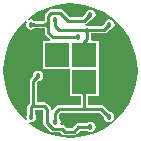
<source format=gbr>
G04 Layer_Physical_Order=2*
G04 Layer_Color=16711680*
%FSLAX25Y25*%
%MOIN*%
%TF.FileFunction,Copper,L2,Bot,Signal*%
%TF.Part,Single*%
G01*
G75*
%ADD14C,0.01000*%
%TA.AperFunction,ViaPad*%
%ADD15C,0.01800*%
%TA.AperFunction,ConnectorPad*%
%ADD16R,0.07874X0.07874*%
G36*
X359605Y350328D02*
X359583Y350291D01*
X359564Y350246D01*
X359547Y350193D01*
X359532Y350132D01*
X359521Y350064D01*
X359505Y349903D01*
X359501Y349811D01*
X359500Y349712D01*
X358500D01*
X358499Y349811D01*
X358479Y350064D01*
X358468Y350132D01*
X358453Y350193D01*
X358436Y350246D01*
X358417Y350291D01*
X358395Y350328D01*
X358370Y350357D01*
X359630D01*
X359605Y350328D01*
D02*
G37*
G36*
X359905Y346565D02*
X359820Y346535D01*
X359745Y346485D01*
X359680Y346415D01*
X359625Y346325D01*
X359580Y346215D01*
X359545Y346085D01*
X359520Y345935D01*
X359505Y345765D01*
X359500Y345575D01*
X358500D01*
X358495Y345765D01*
X358480Y345935D01*
X358455Y346085D01*
X358420Y346215D01*
X358375Y346325D01*
X358320Y346415D01*
X358255Y346485D01*
X358180Y346535D01*
X358095Y346565D01*
X358000Y346575D01*
X360000D01*
X359905Y346565D01*
D02*
G37*
G36*
X359001Y360689D02*
X359021Y360436D01*
X359033Y360368D01*
X359047Y360307D01*
X359064Y360254D01*
X359083Y360209D01*
X359105Y360172D01*
X359130Y360143D01*
X357870D01*
X357895Y360172D01*
X357917Y360209D01*
X357936Y360254D01*
X357953Y360307D01*
X357967Y360368D01*
X357979Y360436D01*
X357995Y360597D01*
X357999Y360689D01*
X358000Y360788D01*
X359000D01*
X359001Y360689D01*
D02*
G37*
G36*
X343491Y351600D02*
X343453Y351597D01*
X343411Y351586D01*
X343365Y351568D01*
X343316Y351543D01*
X343263Y351510D01*
X343206Y351470D01*
X343082Y351367D01*
X343014Y351305D01*
X342943Y351236D01*
X342235Y351943D01*
X342305Y352014D01*
X342470Y352206D01*
X342510Y352263D01*
X342543Y352316D01*
X342568Y352365D01*
X342586Y352411D01*
X342597Y352453D01*
X342600Y352491D01*
X343491Y351600D01*
D02*
G37*
G36*
X366687Y340022D02*
X366879Y339857D01*
X366936Y339817D01*
X366989Y339784D01*
X367038Y339759D01*
X367084Y339741D01*
X367126Y339730D01*
X367164Y339727D01*
X366273Y338836D01*
X366270Y338874D01*
X366259Y338916D01*
X366241Y338962D01*
X366216Y339011D01*
X366183Y339064D01*
X366143Y339121D01*
X366040Y339245D01*
X365978Y339313D01*
X365909Y339384D01*
X366616Y340091D01*
X366687Y340022D01*
D02*
G37*
G36*
X349828Y338515D02*
X349848Y338263D01*
X349859Y338195D01*
X349874Y338134D01*
X349890Y338081D01*
X349910Y338036D01*
X349932Y337999D01*
X349957Y337969D01*
X348697D01*
X348722Y337999D01*
X348744Y338036D01*
X348763Y338081D01*
X348780Y338134D01*
X348794Y338195D01*
X348806Y338263D01*
X348822Y338423D01*
X348826Y338515D01*
X348827Y338615D01*
X349827D01*
X349828Y338515D01*
D02*
G37*
G36*
X339789Y370590D02*
X339610Y370321D01*
X339481Y369673D01*
X339610Y369025D01*
X339976Y368476D01*
X340526Y368109D01*
X341173Y367981D01*
X341821Y368109D01*
X342233Y368385D01*
X342282Y368389D01*
X345621D01*
X345669Y368380D01*
X345697Y368371D01*
X345707Y368342D01*
X345715Y368294D01*
Y367000D01*
X345715Y367000D01*
X345813Y366508D01*
X346092Y366092D01*
X347486Y364697D01*
X347362Y364282D01*
X347300Y364197D01*
X345303D01*
Y354803D01*
X354303D01*
Y345803D01*
X357714D01*
X357715Y345785D01*
Y342785D01*
X350500D01*
X350500Y342785D01*
X350008Y342687D01*
X349592Y342408D01*
X349592Y342408D01*
X348418Y341235D01*
X348285Y341035D01*
X347785Y341187D01*
Y341500D01*
X347785Y341500D01*
X347687Y341992D01*
X347408Y342408D01*
X346500Y343317D01*
X346083Y343595D01*
X345592Y343693D01*
X345591Y343693D01*
X343285D01*
Y350468D01*
X343640Y350823D01*
X343659Y350839D01*
X344148Y350936D01*
X344697Y351303D01*
X345064Y351852D01*
X345193Y352500D01*
X345064Y353148D01*
X344697Y353697D01*
X344148Y354064D01*
X343500Y354192D01*
X342852Y354064D01*
X342303Y353697D01*
X341936Y353148D01*
X341840Y352662D01*
X341808Y352625D01*
X341092Y351908D01*
X340813Y351492D01*
X340715Y351000D01*
X340715Y351000D01*
Y343532D01*
X340359Y343176D01*
X340080Y342759D01*
X339983Y342267D01*
X339983Y342267D01*
Y339914D01*
X339980Y339888D01*
X339704Y339475D01*
X339575Y338827D01*
X339704Y338179D01*
X339756Y338101D01*
X339377Y337768D01*
X338520Y338520D01*
X336591Y340719D01*
X334966Y343151D01*
X333673Y345774D01*
X332733Y348544D01*
X332162Y351412D01*
X331971Y354331D01*
X332162Y357249D01*
X332733Y360118D01*
X333673Y362888D01*
X334966Y365511D01*
X336591Y367943D01*
X338520Y370142D01*
X339410Y370922D01*
X339789Y370590D01*
D02*
G37*
G36*
X341769Y340015D02*
X341788Y339763D01*
X341800Y339695D01*
X341814Y339634D01*
X341831Y339581D01*
X341851Y339536D01*
X341873Y339499D01*
X341897Y339470D01*
X340637D01*
X340662Y339499D01*
X340684Y339536D01*
X340704Y339581D01*
X340721Y339634D01*
X340735Y339695D01*
X340747Y339763D01*
X340762Y339924D01*
X340766Y340015D01*
X340767Y340115D01*
X341767D01*
X341769Y340015D01*
D02*
G37*
G36*
X359005Y363484D02*
X359020Y363469D01*
X359045Y363456D01*
X359080Y363444D01*
X359125Y363435D01*
X359180Y363427D01*
X359320Y363417D01*
X359500Y363413D01*
X357500D01*
X357595Y363414D01*
X357875Y363435D01*
X357920Y363444D01*
X357955Y363456D01*
X357980Y363469D01*
X357995Y363484D01*
X358000Y363500D01*
X359000D01*
X359005Y363484D01*
D02*
G37*
G36*
X341845Y370279D02*
X341882Y370256D01*
X341928Y370237D01*
X341980Y370220D01*
X342041Y370206D01*
X342109Y370194D01*
X342270Y370178D01*
X342362Y370175D01*
X342461Y370173D01*
Y369173D01*
X342362Y369172D01*
X342109Y369152D01*
X342041Y369141D01*
X341980Y369126D01*
X341928Y369110D01*
X341882Y369090D01*
X341845Y369068D01*
X341816Y369043D01*
Y370303D01*
X341845Y370279D01*
D02*
G37*
G36*
X367318Y368773D02*
X367280Y368770D01*
X367238Y368759D01*
X367192Y368741D01*
X367143Y368716D01*
X367090Y368683D01*
X367033Y368643D01*
X366909Y368541D01*
X366841Y368478D01*
X366769Y368409D01*
X366062Y369116D01*
X366132Y369187D01*
X366297Y369379D01*
X366337Y369436D01*
X366369Y369489D01*
X366395Y369538D01*
X366413Y369584D01*
X366424Y369626D01*
X366427Y369664D01*
X367318Y368773D01*
D02*
G37*
G36*
X360991Y372100D02*
X360953Y372097D01*
X360911Y372086D01*
X360865Y372068D01*
X360816Y372043D01*
X360763Y372010D01*
X360706Y371970D01*
X360582Y371867D01*
X360514Y371805D01*
X360443Y371736D01*
X359735Y372443D01*
X359805Y372514D01*
X359970Y372706D01*
X360010Y372763D01*
X360043Y372816D01*
X360068Y372865D01*
X360086Y372911D01*
X360097Y372953D01*
X360100Y372991D01*
X360991Y372100D01*
D02*
G37*
G36*
X349932Y370501D02*
X349910Y370464D01*
X349890Y370419D01*
X349874Y370366D01*
X349859Y370305D01*
X349848Y370237D01*
X349832Y370076D01*
X349828Y369985D01*
X349827Y369885D01*
X348827D01*
X348826Y369985D01*
X348806Y370237D01*
X348794Y370305D01*
X348780Y370366D01*
X348763Y370419D01*
X348744Y370464D01*
X348722Y370501D01*
X348697Y370531D01*
X349957D01*
X349932Y370501D01*
D02*
G37*
G36*
X361500Y367500D02*
X361310Y367490D01*
X361140Y367460D01*
X360990Y367410D01*
X360860Y367340D01*
X360750Y367250D01*
X360660Y367140D01*
X360590Y367010D01*
X360540Y366860D01*
X360510Y366690D01*
X360500Y366500D01*
X359500D01*
X359490Y366690D01*
X359460Y366860D01*
X359410Y367010D01*
X359340Y367140D01*
X359250Y367250D01*
X359140Y367340D01*
X359010Y367410D01*
X358860Y367460D01*
X358690Y367490D01*
X358500Y367500D01*
X360000Y368500D01*
X361500Y367500D01*
D02*
G37*
G36*
X356357Y364870D02*
X356328Y364895D01*
X356291Y364917D01*
X356246Y364936D01*
X356193Y364953D01*
X356132Y364967D01*
X356064Y364979D01*
X355903Y364995D01*
X355811Y364999D01*
X355712Y365000D01*
Y366000D01*
X355811Y366001D01*
X356064Y366021D01*
X356132Y366033D01*
X356193Y366047D01*
X356246Y366064D01*
X356291Y366083D01*
X356328Y366105D01*
X356357Y366130D01*
Y364870D01*
D02*
G37*
G36*
X347500Y369673D02*
X346500Y368173D01*
X346490Y368363D01*
X346460Y368533D01*
X346410Y368683D01*
X346340Y368813D01*
X346250Y368923D01*
X346140Y369013D01*
X346010Y369083D01*
X345860Y369133D01*
X345690Y369163D01*
X345500Y369173D01*
Y370173D01*
X345690Y370180D01*
X345860Y370200D01*
X346010Y370234D01*
X346140Y370281D01*
X346250Y370341D01*
X346340Y370416D01*
X346410Y370503D01*
X346460Y370604D01*
X346490Y370719D01*
X346500Y370846D01*
X347500Y369673D01*
D02*
G37*
G36*
X357249Y376499D02*
X360118Y375929D01*
X362888Y374989D01*
X365511Y373695D01*
X367943Y372070D01*
X370142Y370142D01*
X372070Y367943D01*
X373695Y365511D01*
X374989Y362888D01*
X375929Y360118D01*
X376499Y357249D01*
X376691Y354331D01*
X376499Y351412D01*
X375929Y348544D01*
X374989Y345774D01*
X373695Y343151D01*
X372070Y340719D01*
X370142Y338520D01*
X367943Y336591D01*
X365511Y334966D01*
X362888Y333673D01*
X360118Y332733D01*
X357249Y332162D01*
X354331Y331971D01*
X351412Y332162D01*
X348544Y332733D01*
X345774Y333673D01*
X343151Y334966D01*
X340719Y336591D01*
X340480Y336801D01*
X340738Y337240D01*
X341267Y337134D01*
X341915Y337263D01*
X342464Y337630D01*
X342831Y338179D01*
X342960Y338827D01*
X342831Y339475D01*
X342556Y339886D01*
X342552Y339935D01*
Y341091D01*
X342592Y341124D01*
X342592Y341124D01*
X345059D01*
X345215Y340968D01*
Y337000D01*
X345215Y337000D01*
X345313Y336508D01*
X345592Y336092D01*
X347592Y334092D01*
X347592Y334092D01*
X348008Y333813D01*
X348500Y333715D01*
X348500Y333715D01*
X350968D01*
X351592Y333092D01*
X351592Y333092D01*
X352008Y332813D01*
X352500Y332715D01*
X355500D01*
X355500Y332715D01*
X355992Y332813D01*
X356408Y333092D01*
X357532Y334215D01*
X359935D01*
X360352Y333936D01*
X361000Y333807D01*
X361648Y333936D01*
X362197Y334303D01*
X362564Y334852D01*
X362692Y335500D01*
X362564Y336148D01*
X362197Y336697D01*
X361648Y337064D01*
X361000Y337193D01*
X360352Y337064D01*
X359935Y336785D01*
X357000D01*
X357000Y336785D01*
X356508Y336687D01*
X356092Y336408D01*
X354968Y335285D01*
X353032D01*
X352408Y335908D01*
X351992Y336187D01*
X351500Y336285D01*
X351500Y336285D01*
X351183D01*
X350911Y336785D01*
X351019Y337327D01*
X350890Y337975D01*
X350615Y338386D01*
X350611Y338436D01*
Y339795D01*
X351032Y340215D01*
X358500D01*
X358500Y340215D01*
X358500Y340215D01*
X363968D01*
X365496Y338687D01*
X365512Y338667D01*
X365610Y338179D01*
X365976Y337630D01*
X366526Y337263D01*
X367173Y337134D01*
X367821Y337263D01*
X368370Y337630D01*
X368737Y338179D01*
X368866Y338827D01*
X368737Y339475D01*
X368370Y340024D01*
X367821Y340390D01*
X367335Y340487D01*
X367298Y340519D01*
X365408Y342408D01*
X364992Y342687D01*
X364500Y342785D01*
X364500Y342785D01*
X360285D01*
Y345785D01*
X360286Y345803D01*
X363697D01*
Y354803D01*
Y364197D01*
X361534D01*
X361427Y364325D01*
X361224Y364697D01*
X361285Y365000D01*
X361285Y365000D01*
Y366621D01*
X361293Y366669D01*
X361303Y366697D01*
X361331Y366707D01*
X361379Y366715D01*
X365653D01*
X365654Y366715D01*
X366145Y366813D01*
X366562Y367092D01*
X367466Y367996D01*
X367486Y368012D01*
X367974Y368109D01*
X368524Y368476D01*
X368891Y369025D01*
X369019Y369673D01*
X368891Y370321D01*
X368524Y370870D01*
X367974Y371237D01*
X367327Y371366D01*
X366679Y371237D01*
X366130Y370870D01*
X365763Y370321D01*
X365666Y369835D01*
X365634Y369798D01*
X365121Y369285D01*
X359398D01*
X359349Y369785D01*
X359492Y369813D01*
X359908Y370092D01*
X361140Y371323D01*
X361159Y371339D01*
X361648Y371436D01*
X362197Y371803D01*
X362564Y372352D01*
X362692Y373000D01*
X362564Y373648D01*
X362197Y374197D01*
X361648Y374564D01*
X361000Y374693D01*
X360352Y374564D01*
X359803Y374197D01*
X359436Y373648D01*
X359340Y373162D01*
X359308Y373125D01*
X358468Y372285D01*
X354032D01*
X351908Y374408D01*
X351492Y374687D01*
X351000Y374785D01*
X351000Y374785D01*
X348000D01*
X347508Y374687D01*
X347092Y374408D01*
X347092Y374408D01*
X346092Y373408D01*
X345813Y372992D01*
X345715Y372500D01*
X345715Y372500D01*
Y370963D01*
X345670Y370958D01*
X342260D01*
X342235Y370960D01*
X341821Y371237D01*
X341173Y371366D01*
X340526Y371237D01*
X340227Y371639D01*
X340719Y372070D01*
X343151Y373695D01*
X345774Y374989D01*
X348544Y375929D01*
X351412Y376499D01*
X354331Y376691D01*
X357249Y376499D01*
D02*
G37*
D14*
X342000Y351000D02*
X343500Y352500D01*
X355500Y334000D02*
X357000Y335500D01*
X352500Y334000D02*
X355500D01*
X357000Y335500D02*
X361000D01*
X351500Y335000D02*
X352500Y334000D01*
X348500Y335000D02*
X351500D01*
X346500Y337000D02*
X348500Y335000D01*
X346500Y337000D02*
Y341500D01*
X341267Y338827D02*
Y342267D01*
X342000Y343000D01*
Y351000D01*
Y343000D02*
X342592Y342408D01*
X345592D01*
X346500Y341500D01*
X341173Y369673D02*
X347000D01*
Y370846D02*
Y372500D01*
X348500Y365500D02*
X357000D01*
X347000Y367000D02*
Y370846D01*
Y367000D02*
X348500Y365500D01*
X347000Y372500D02*
X348000Y373500D01*
X351000D01*
X360000Y365000D02*
Y368000D01*
X358500Y363500D02*
X360000Y365000D01*
X358500Y359500D02*
Y363500D01*
X350500Y368000D02*
X360000D01*
X349327Y369173D02*
X350500Y368000D01*
X349327Y369173D02*
Y371173D01*
X353500Y371000D02*
X359000D01*
X351000Y373500D02*
X353500Y371000D01*
X360000Y368000D02*
X365654D01*
X359000Y371000D02*
X361000Y373000D01*
X358500Y341500D02*
X364500D01*
X350500D02*
X358500D01*
X359000Y342000D01*
Y350500D01*
X349327Y340327D02*
X350500Y341500D01*
X349327Y337327D02*
Y340327D01*
X365654Y368000D02*
X367327Y369673D01*
X364500Y341500D02*
X367173Y338827D01*
D15*
X352500Y344500D02*
D03*
X343500Y352500D02*
D03*
X335000Y349000D02*
D03*
X354500Y336500D02*
D03*
X348500Y344500D02*
D03*
X350500D02*
D03*
X354500D02*
D03*
X356500D02*
D03*
X341267Y338827D02*
D03*
X365500Y357500D02*
D03*
Y355000D02*
D03*
Y352500D02*
D03*
X357000Y365500D02*
D03*
X355000Y375000D02*
D03*
X349327Y371173D02*
D03*
X344000Y373000D02*
D03*
X374000Y359500D02*
D03*
X373500Y349000D02*
D03*
X335000Y359000D02*
D03*
X343500Y356500D02*
D03*
X359000Y351000D02*
D03*
X358500Y359500D02*
D03*
X367327Y369673D02*
D03*
X349327Y337327D02*
D03*
X367173Y338827D02*
D03*
X361000Y335500D02*
D03*
X341173Y369673D02*
D03*
X361000Y373000D02*
D03*
X349000Y359500D02*
D03*
D16*
X359000D02*
D03*
Y350500D02*
D03*
X350000D02*
D03*
Y359500D02*
D03*
%TF.MD5,9A912340CF72A94B0560EACC496D5411*%
M02*

</source>
